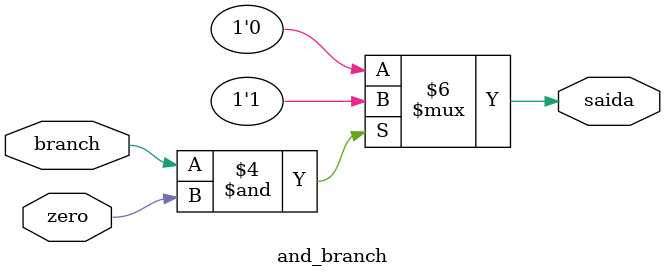
<source format=v>
module and_branch (branch, zero, saida);
	input wire branch;
	input wire zero;
	output reg saida;
	always @(branch or zero) begin
		if(branch == 1 & zero == 1) begin
			saida = 1;
		end else begin
			saida =0;
		end
	end
endmodule
// module teste ();

// 	reg branch;
// 	reg zero;
// 	wire saida;

// 	initial begin
// 		$monitor("branch=%d, zero=%d, saida=%d",branch,zero,saida);
// 		branch =1;
// 		zero =1;
// 		#1 zero=0;;
// 		$finish;
// 	end
// 	and_branch asdf (branch, zero, saida);

// endmodule
</source>
